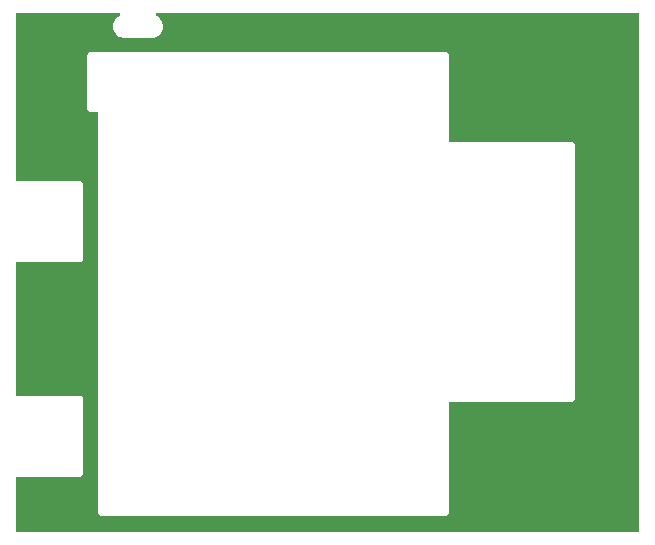
<source format=gbl>
G04 Layer: BottomLayer*
G04 EasyEDA v6.5.34, 2023-08-21 18:11:39*
G04 5c87355bc908427197e19914ae2d944d,5a6b42c53f6a479593ecc07194224c93,10*
G04 Gerber Generator version 0.2*
G04 Scale: 100 percent, Rotated: No, Reflected: No *
G04 Dimensions in millimeters *
G04 leading zeros omitted , absolute positions ,4 integer and 5 decimal *
%FSLAX45Y45*%
%MOMM*%

%ADD10C,3.0000*%

%LPD*%
G36*
X40930068Y25908D02*
G01*
X40926156Y26670D01*
X40922905Y28905D01*
X40920670Y32156D01*
X40919908Y36068D01*
X40919908Y484632D01*
X40920670Y488543D01*
X40922905Y491794D01*
X40926156Y494030D01*
X40930068Y494792D01*
X41464941Y494792D01*
X41471240Y495503D01*
X41476726Y497433D01*
X41481603Y500481D01*
X41485718Y504596D01*
X41488766Y509473D01*
X41490696Y514959D01*
X41491408Y521258D01*
X41491408Y1155141D01*
X41490696Y1161440D01*
X41488766Y1166926D01*
X41485718Y1171803D01*
X41481603Y1175918D01*
X41476726Y1178966D01*
X41471240Y1180896D01*
X41464941Y1181608D01*
X40930068Y1181608D01*
X40926156Y1182370D01*
X40922905Y1184605D01*
X40920670Y1187856D01*
X40919908Y1191768D01*
X40919908Y2300732D01*
X40920670Y2304643D01*
X40922905Y2307894D01*
X40926156Y2310130D01*
X40930068Y2310892D01*
X41464941Y2310892D01*
X41471240Y2311603D01*
X41476726Y2313533D01*
X41481603Y2316581D01*
X41485718Y2320696D01*
X41488766Y2325573D01*
X41490696Y2331059D01*
X41491408Y2337358D01*
X41491408Y2971241D01*
X41490696Y2977540D01*
X41488766Y2983026D01*
X41485718Y2987903D01*
X41481603Y2992018D01*
X41476726Y2995066D01*
X41471240Y2996996D01*
X41464941Y2997708D01*
X40930068Y2997708D01*
X40926156Y2998470D01*
X40922905Y3000705D01*
X40920670Y3003956D01*
X40919908Y3007868D01*
X40919908Y4408932D01*
X40920670Y4412843D01*
X40922905Y4416094D01*
X40926156Y4418330D01*
X40930068Y4419092D01*
X41797173Y4419092D01*
X41801542Y4418126D01*
X41805047Y4415383D01*
X41807028Y4411421D01*
X41807130Y4406950D01*
X41805352Y4402886D01*
X41801948Y4399991D01*
X41794074Y4395774D01*
X41785743Y4390186D01*
X41777970Y4383786D01*
X41770909Y4376623D01*
X41764559Y4368800D01*
X41759022Y4360418D01*
X41754348Y4351477D01*
X41750589Y4342130D01*
X41747795Y4332528D01*
X41745966Y4322622D01*
X41745154Y4312615D01*
X41745306Y4302506D01*
X41746474Y4292498D01*
X41748659Y4282694D01*
X41751758Y4273143D01*
X41755822Y4263948D01*
X41760800Y4255211D01*
X41766591Y4246981D01*
X41773195Y4239412D01*
X41780510Y4232503D01*
X41788486Y4226356D01*
X41797020Y4221022D01*
X41806063Y4216603D01*
X41815461Y4213098D01*
X41825164Y4210507D01*
X41835120Y4208932D01*
X41846246Y4208322D01*
X42070070Y4208424D01*
X42080230Y4209389D01*
X42090086Y4211269D01*
X42099738Y4214164D01*
X42109034Y4217974D01*
X42117873Y4222750D01*
X42126255Y4228338D01*
X42134028Y4234738D01*
X42141089Y4241901D01*
X42147439Y4249674D01*
X42152925Y4258106D01*
X42157599Y4266996D01*
X42161358Y4276344D01*
X42164152Y4285996D01*
X42165981Y4295851D01*
X42166844Y4305909D01*
X42166641Y4315968D01*
X42165473Y4325975D01*
X42163339Y4335780D01*
X42160190Y4345330D01*
X42156126Y4354525D01*
X42151198Y4363313D01*
X42145356Y4371492D01*
X42138803Y4379112D01*
X42131437Y4386021D01*
X42123512Y4392168D01*
X42114978Y4397451D01*
X42110152Y4399838D01*
X42106646Y4402632D01*
X42104716Y4406747D01*
X42104767Y4411218D01*
X42106697Y4415282D01*
X42110253Y4418076D01*
X42114622Y4419092D01*
X46191932Y4419092D01*
X46195843Y4418330D01*
X46199094Y4416094D01*
X46201330Y4412843D01*
X46202092Y4408932D01*
X46202092Y36068D01*
X46201330Y32156D01*
X46199094Y28905D01*
X46195843Y26670D01*
X46191932Y25908D01*
G37*

%LPC*%
G36*
X41643858Y164592D02*
G01*
X44563741Y164592D01*
X44570040Y165303D01*
X44575526Y167233D01*
X44580403Y170281D01*
X44584518Y174396D01*
X44587566Y179273D01*
X44589496Y184759D01*
X44590208Y191058D01*
X44590208Y1119632D01*
X44590970Y1123543D01*
X44593205Y1126794D01*
X44596456Y1129030D01*
X44600368Y1129792D01*
X45630541Y1129792D01*
X45636840Y1130503D01*
X45642326Y1132433D01*
X45647203Y1135481D01*
X45651318Y1139596D01*
X45654366Y1144473D01*
X45656296Y1149959D01*
X45657008Y1156258D01*
X45657008Y3301441D01*
X45656296Y3307740D01*
X45654366Y3313226D01*
X45651318Y3318103D01*
X45647203Y3322218D01*
X45642326Y3325266D01*
X45636840Y3327196D01*
X45630541Y3327908D01*
X44600368Y3327908D01*
X44596456Y3328670D01*
X44593205Y3330905D01*
X44590970Y3334156D01*
X44590208Y3338068D01*
X44590208Y4063441D01*
X44589496Y4069740D01*
X44587566Y4075226D01*
X44584518Y4080103D01*
X44580403Y4084218D01*
X44575526Y4087266D01*
X44570040Y4089196D01*
X44563741Y4089908D01*
X41554958Y4089908D01*
X41548659Y4089196D01*
X41543173Y4087266D01*
X41538296Y4084218D01*
X41534181Y4080103D01*
X41531133Y4075226D01*
X41529203Y4069740D01*
X41528492Y4063441D01*
X41528492Y3607358D01*
X41529203Y3601059D01*
X41531133Y3595573D01*
X41534181Y3590696D01*
X41538296Y3586581D01*
X41543173Y3583533D01*
X41548659Y3581603D01*
X41554958Y3580892D01*
X41607232Y3580892D01*
X41611143Y3580129D01*
X41614394Y3577894D01*
X41616630Y3574643D01*
X41617392Y3570732D01*
X41617392Y191058D01*
X41618103Y184759D01*
X41620033Y179273D01*
X41623081Y174396D01*
X41627196Y170281D01*
X41632073Y167233D01*
X41637559Y165303D01*
G37*

%LPD*%
D10*
G01*
X45466000Y635000D03*
G01*
X45466000Y3810000D03*
M02*

</source>
